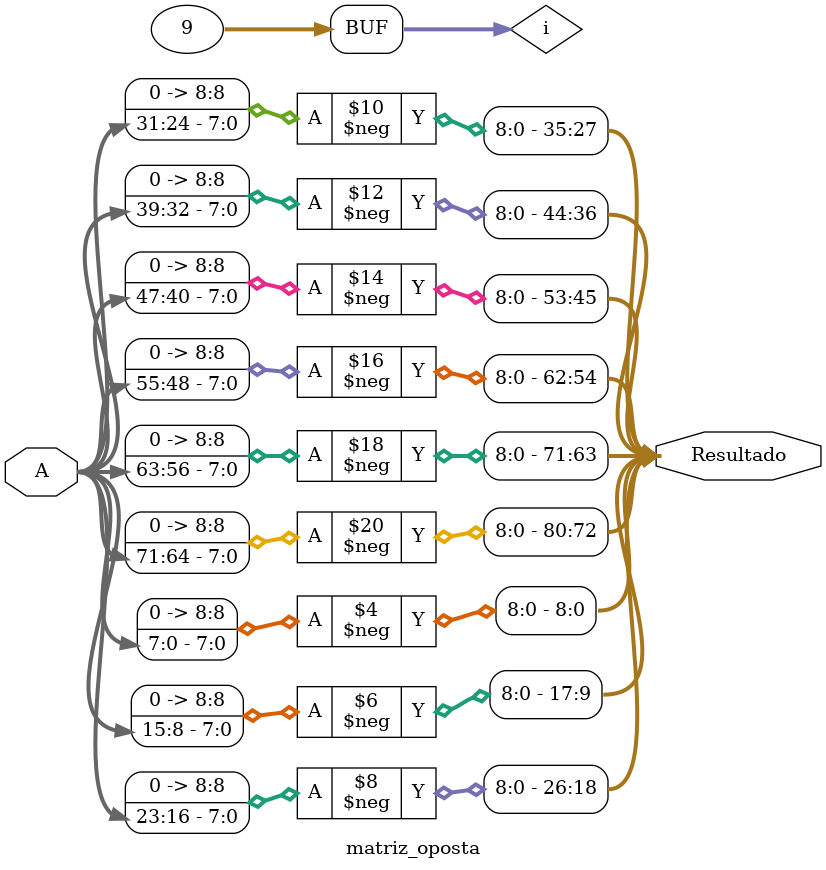
<source format=v>
module matriz_oposta #(parameter N=3, WIDTH=8)(
    input signed [(N*N*WIDTH)-1:0] A,
    output reg signed [(N*N*(WIDTH+1))-1:0] Resultado
);

integer i;
always @(*) begin
    for(i=0; i<N*N; i=i+1) begin
        Resultado[(i*(WIDTH+1)) +: (WIDTH+1)] = -A[(i*WIDTH) +: WIDTH];
    end
end

endmodule

</source>
